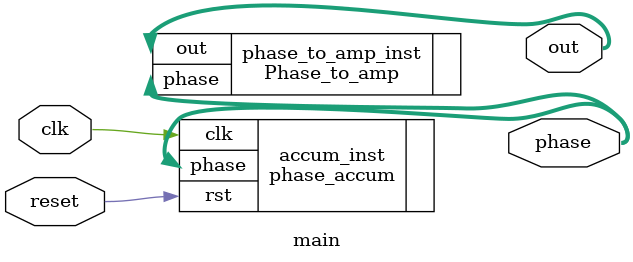
<source format=v>
module main #(
    parameter N = 10
) (
    input wire clk,        // Master Clock
    input wire reset,      // Asynchronous Reset
    output wire [8:0] out, // Output Sine Wave
    output wire [N-1:0] phase
);

wire [N-1:0] phase;

phase_accum accum_inst (
    .clk(clk),
    .rst(reset),
    .phase(phase)
);

Phase_to_amp phase_to_amp_inst (
    .phase(phase),
    .out(out)
);

endmodule
</source>
